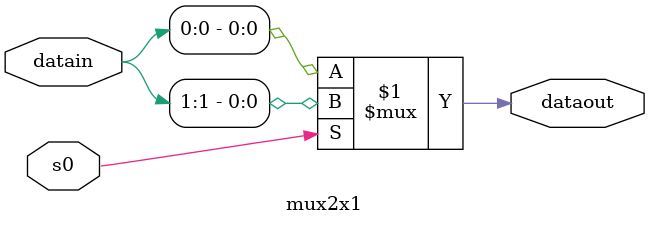
<source format=v>
`timescale 1ns / 1ps


module mux2x1(input s0,
              input[1:0]datain,
              output dataout);
              
assign dataout=(s0)?datain[1]:datain[0];
endmodule

</source>
